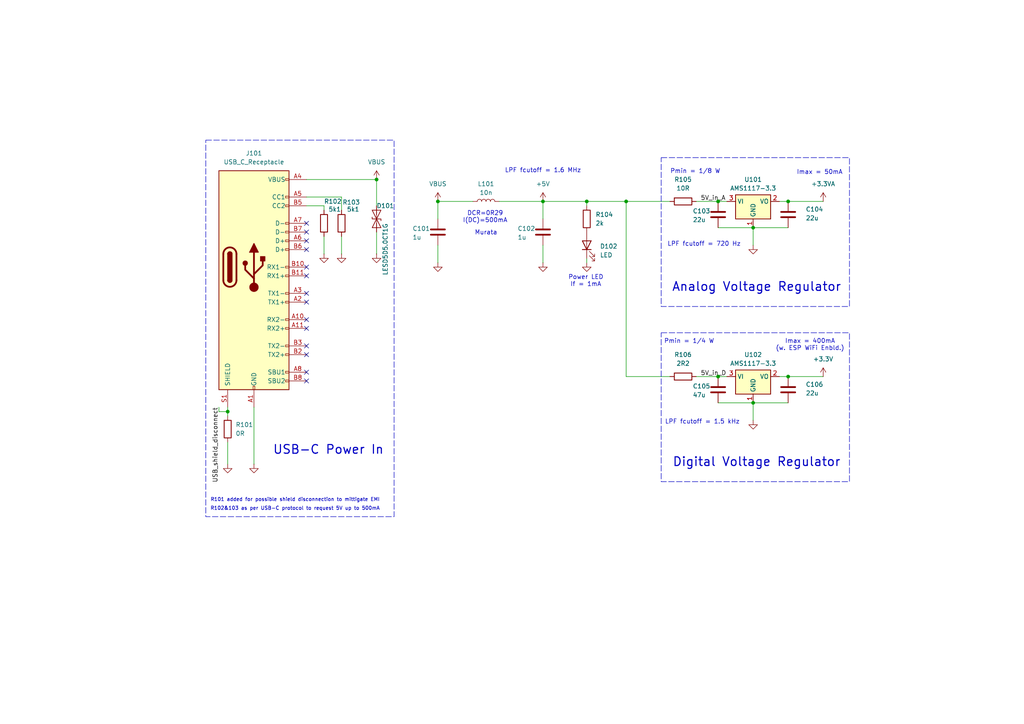
<source format=kicad_sch>
(kicad_sch (version 20231120) (generator "eeschema") (generator_version "8.0")
  (paper "A4")
  (lib_symbols
    (symbol "Connector:USB_C_Receptacle" (pin_names (offset 1.016))
      (property "Reference" "J" (at -10.16 29.21 0))
      (property "Value" "USB_C_Receptacle" (at 10.16 29.21 0))
      (symbol "USB_C_Receptacle_0_0"
        (rectangle (start -0.254 -35.56) (end 0.254 -34.544))
        (rectangle (start 10.16 -32.766) (end 9.144 -33.274))
        (rectangle (start 10.16 -30.226) (end 9.144 -30.734))
        (rectangle (start 10.16 -25.146) (end 9.144 -25.654))
        (rectangle (start 10.16 -22.606) (end 9.144 -23.114))
        (rectangle (start 10.16 -17.526) (end 9.144 -18.034))
        (rectangle (start 10.16 -14.986) (end 9.144 -15.494))
        (rectangle (start 10.16 -9.906) (end 9.144 -10.414))
        (rectangle (start 10.16 -7.366) (end 9.144 -7.874))
        (rectangle (start 10.16 -2.286) (end 9.144 -2.794))
        (rectangle (start 10.16 0.254) (end 9.144 -0.254))
        (rectangle (start 10.16 5.334) (end 9.144 4.826))
        (rectangle (start 10.16 7.874) (end 9.144 7.366))
        (rectangle (start 10.16 10.414) (end 9.144 9.906))
        (rectangle (start 10.16 12.954) (end 9.144 12.446))
        (rectangle (start 10.16 18.034) (end 9.144 17.526))
        (rectangle (start 10.16 20.574) (end 9.144 20.066))
        (rectangle (start 10.16 25.654) (end 9.144 25.146))
      )
      (symbol "USB_C_Receptacle_0_1"
        (rectangle (start -10.16 27.94) (end 10.16 -35.56) (stroke (width 0.254)) (fill (type background)))
        (arc (start -8.89 -3.81) (mid -6.985 -5.7067) (end -5.08 -3.81) (stroke (width 0.508)))
        (arc (start -7.62 -3.81) (mid -6.985 -4.4423) (end -6.35 -3.81) (stroke (width 0.254)))
        (arc (start -7.62 -3.81) (mid -6.985 -4.4423) (end -6.35 -3.81) (stroke (width 0.254)) (fill (type outline)))
        (rectangle (start -7.62 -3.81) (end -6.35 3.81) (stroke (width 0.254)) (fill (type outline)))
        (arc (start -6.35 3.81) (mid -6.985 4.4423) (end -7.62 3.81) (stroke (width 0.254)))
        (arc (start -6.35 3.81) (mid -6.985 4.4423) (end -7.62 3.81) (stroke (width 0.254)) (fill (type outline)))
        (arc (start -5.08 3.81) (mid -6.985 5.7067) (end -8.89 3.81) (stroke (width 0.508)))
        (polyline (pts (xy -8.89 -3.81) (xy -8.89 3.81)) (stroke (width 0.508)))
        (polyline (pts (xy -5.08 3.81) (xy -5.08 -3.81)) (stroke (width 0.508)))
      )
      (symbol "USB_C_Receptacle_1_1"
        (circle (center -2.54 1.143) (radius 0.635) (stroke (width 0.254)) (fill (type outline)))
        (circle (center 0 -5.842) (radius 1.27) (fill (type outline)))
        (polyline (pts (xy 0 -5.842) (xy 0 4.318)) (stroke (width 0.508)))
        (polyline (pts (xy 0 -3.302) (xy -2.54 -0.762) (xy -2.54 0.508)) (stroke (width 0.508)))
        (polyline (pts (xy 0 -2.032) (xy 2.54 0.508) (xy 2.54 1.778)) (stroke (width 0.508)))
        (polyline (pts (xy -1.27 4.318) (xy 0 6.858) (xy 1.27 4.318) (xy -1.27 4.318)) (stroke (width 0.254)) (fill (type outline)))
        (rectangle (start 1.905 1.778) (end 3.175 3.048) (stroke (width 0.254)) (fill (type outline)))
        (pin passive line (at 0 -40.64 90) (length 5.08) (name "GND") (number "A1"))
        (pin bidirectional line (at 15.24 -15.24 180) (length 5.08) (name "RX2-") (number "A10"))
        (pin bidirectional line (at 15.24 -17.78 180) (length 5.08) (name "RX2+") (number "A11"))
        (pin passive line (at 0 -40.64 90) (length 5.08) hide (name "GND") (number "A12"))
        (pin bidirectional line (at 15.24 -10.16 180) (length 5.08) (name "TX1+") (number "A2"))
        (pin bidirectional line (at 15.24 -7.62 180) (length 5.08) (name "TX1-") (number "A3"))
        (pin passive line (at 15.24 25.4 180) (length 5.08) (name "VBUS") (number "A4"))
        (pin bidirectional line (at 15.24 20.32 180) (length 5.08) (name "CC1") (number "A5"))
        (pin bidirectional line (at 15.24 7.62 180) (length 5.08) (name "D+") (number "A6"))
        (pin bidirectional line (at 15.24 12.7 180) (length 5.08) (name "D-") (number "A7"))
        (pin bidirectional line (at 15.24 -30.48 180) (length 5.08) (name "SBU1") (number "A8"))
        (pin passive line (at 15.24 25.4 180) (length 5.08) hide (name "VBUS") (number "A9"))
        (pin passive line (at 0 -40.64 90) (length 5.08) hide (name "GND") (number "B1"))
        (pin bidirectional line (at 15.24 0 180) (length 5.08) (name "RX1-") (number "B10"))
        (pin bidirectional line (at 15.24 -2.54 180) (length 5.08) (name "RX1+") (number "B11"))
        (pin passive line (at 0 -40.64 90) (length 5.08) hide (name "GND") (number "B12"))
        (pin bidirectional line (at 15.24 -25.4 180) (length 5.08) (name "TX2+") (number "B2"))
        (pin bidirectional line (at 15.24 -22.86 180) (length 5.08) (name "TX2-") (number "B3"))
        (pin passive line (at 15.24 25.4 180) (length 5.08) hide (name "VBUS") (number "B4"))
        (pin bidirectional line (at 15.24 17.78 180) (length 5.08) (name "CC2") (number "B5"))
        (pin bidirectional line (at 15.24 5.08 180) (length 5.08) (name "D+") (number "B6"))
        (pin bidirectional line (at 15.24 10.16 180) (length 5.08) (name "D-") (number "B7"))
        (pin bidirectional line (at 15.24 -33.02 180) (length 5.08) (name "SBU2") (number "B8"))
        (pin passive line (at 15.24 25.4 180) (length 5.08) hide (name "VBUS") (number "B9"))
        (pin passive line (at -7.62 -40.64 90) (length 5.08) (name "SHIELD") (number "S1"))
      )
    )
    (symbol "Device:C" (pin_numbers hide) (pin_names (offset 0.254))
      (property "Reference" "C" (at 0.635 2.54 0))
      (property "Value" "C" (at 0.635 -2.54 0))
      (symbol "C_0_1"
        (polyline (pts (xy -2.032 -0.762) (xy 2.032 -0.762)) (stroke (width 0.508)))
        (polyline (pts (xy -2.032 0.762) (xy 2.032 0.762)) (stroke (width 0.508)))
      )
      (symbol "C_1_1"
        (pin passive line (at 0 3.81 270) (length 2.794) (name "~") (number "1"))
        (pin passive line (at 0 -3.81 90) (length 2.794) (name "~") (number "2"))
      )
    )
    (symbol "Device:L" (pin_numbers hide) (pin_names (offset 1.016) hide)
      (property "Reference" "L" (at -1.27 0 90))
      (property "Value" "L" (at 1.905 0 90))
      (symbol "L_0_1"
        (arc (start 0 -2.54) (mid 0.6323 -1.905) (end 0 -1.27))
        (arc (start 0 -1.27) (mid 0.6323 -0.635) (end 0 0))
        (arc (start 0 0) (mid 0.6323 0.635) (end 0 1.27))
        (arc (start 0 1.27) (mid 0.6323 1.905) (end 0 2.54))
      )
      (symbol "L_1_1"
        (pin passive line (at 0 3.81 270) (length 1.27) (name "1") (number "1"))
        (pin passive line (at 0 -3.81 90) (length 1.27) (name "2") (number "2"))
      )
    )
    (symbol "Device:LED" (pin_numbers hide) (pin_names (offset 1.016) hide)
      (property "Reference" "D" (at 0 2.54 0))
      (property "Value" "LED" (at 0 -2.54 0))
      (symbol "LED_0_1"
        (polyline (pts (xy -1.27 -1.27) (xy -1.27 1.27)) (stroke (width 0.254)))
        (polyline (pts (xy -1.27 0) (xy 1.27 0)))
        (polyline (pts (xy 1.27 -1.27) (xy 1.27 1.27) (xy -1.27 0) (xy 1.27 -1.27)) (stroke (width 0.254)))
        (polyline (pts (xy -3.048 -0.762) (xy -4.572 -2.286) (xy -3.81 -2.286) (xy -4.572 -2.286) (xy -4.572 -1.524)))
        (polyline (pts (xy -1.778 -0.762) (xy -3.302 -2.286) (xy -2.54 -2.286) (xy -3.302 -2.286) (xy -3.302 -1.524)))
      )
      (symbol "LED_1_1"
        (pin passive line (at -3.81 0 0) (length 2.54) (name "K") (number "1"))
        (pin passive line (at 3.81 0 180) (length 2.54) (name "A") (number "2"))
      )
    )
    (symbol "Device:R" (pin_numbers hide) (pin_names (offset 0))
      (property "Reference" "R" (at 2.032 0 90))
      (property "Value" "R" (at 0 0 90))
      (symbol "R_0_1"
        (rectangle (start -1.016 -2.54) (end 1.016 2.54) (stroke (width 0.254)))
      )
      (symbol "R_1_1"
        (pin passive line (at 0 3.81 270) (length 1.27) (name "~") (number "1"))
        (pin passive line (at 0 -3.81 90) (length 1.27) (name "~") (number "2"))
      )
    )
    (symbol "Diode:ESD9B5.0ST5G" (pin_numbers hide) (pin_names (offset 1.016) hide)
      (property "Reference" "D" (at 0 2.54 0))
      (property "Value" "ESD9B5.0ST5G" (at 0 -2.54 0))
      (symbol "ESD9B5.0ST5G_0_1"
        (polyline (pts (xy 1.27 0) (xy -1.27 0)))
        (polyline (pts (xy -2.54 -1.27) (xy 0 0) (xy -2.54 1.27) (xy -2.54 -1.27)) (stroke (width 0.2032)))
        (polyline (pts (xy 0.508 1.27) (xy 0 1.27) (xy 0 -1.27) (xy -0.508 -1.27)) (stroke (width 0.2032)))
        (polyline (pts (xy 2.54 1.27) (xy 2.54 -1.27) (xy 0 0) (xy 2.54 1.27)) (stroke (width 0.2032)))
      )
      (symbol "ESD9B5.0ST5G_1_1"
        (pin passive line (at -3.81 0 0) (length 2.54) (name "A1") (number "1"))
        (pin passive line (at 3.81 0 180) (length 2.54) (name "A2") (number "2"))
      )
    )
    (symbol "Regulator_Linear:AMS1117-3.3"
      (property "Reference" "U" (at -3.81 3.175 0))
      (property "Value" "AMS1117-3.3" (at 0 3.175 0))
      (symbol "AMS1117-3.3_0_1"
        (rectangle (start -5.08 -5.08) (end 5.08 1.905) (stroke (width 0.254)) (fill (type background)))
      )
      (symbol "AMS1117-3.3_1_1"
        (pin power_in line (at 0 -7.62 90) (length 2.54) (name "GND") (number "1"))
        (pin power_out line (at 7.62 0 180) (length 2.54) (name "VO") (number "2"))
        (pin power_in line (at -7.62 0 0) (length 2.54) (name "VI") (number "3"))
      )
    )
    (symbol "power:+3.3V" (power) (pin_numbers hide) (pin_names (offset 0) hide)
      (property "Value" "+3.3V" (at 0 3.556 0))
      (symbol "+3.3V_0_1"
        (polyline (pts (xy -0.762 1.27) (xy 0 2.54)))
        (polyline (pts (xy 0 0) (xy 0 2.54)))
        (polyline (pts (xy 0 2.54) (xy 0.762 1.27)))
      )
      (symbol "+3.3V_1_1"
        (pin power_in line (at 0 0 90) (length 0) (name "~") (number "1"))
      )
    )
    (symbol "power:+3.3VA" (power) (pin_numbers hide) (pin_names (offset 0) hide)
      (property "Value" "+3.3VA" (at 0 3.556 0))
      (symbol "+3.3VA_0_1"
        (polyline (pts (xy -0.762 1.27) (xy 0 2.54)))
        (polyline (pts (xy 0 0) (xy 0 2.54)))
        (polyline (pts (xy 0 2.54) (xy 0.762 1.27)))
      )
      (symbol "+3.3VA_1_1"
        (pin power_in line (at 0 0 90) (length 0) (name "~") (number "1"))
      )
    )
    (symbol "power:+5V" (power) (pin_numbers hide) (pin_names (offset 0) hide)
      (property "Value" "+5V" (at 0 3.556 0))
      (symbol "+5V_0_1"
        (polyline (pts (xy -0.762 1.27) (xy 0 2.54)))
        (polyline (pts (xy 0 0) (xy 0 2.54)))
        (polyline (pts (xy 0 2.54) (xy 0.762 1.27)))
      )
      (symbol "+5V_1_1"
        (pin power_in line (at 0 0 90) (length 0) (name "~") (number "1"))
      )
    )
    (symbol "power:GND" (power) (pin_numbers hide) (pin_names (offset 0) hide)
      (property "Value" "GND" (at 0 -3.81 0))
      (symbol "GND_0_1"
        (polyline (pts (xy 0 0) (xy 0 -1.27) (xy 1.27 -1.27) (xy 0 -2.54) (xy -1.27 -1.27) (xy 0 -1.27)))
      )
      (symbol "GND_1_1"
        (pin power_in line (at 0 0 270) (length 0) (name "~") (number "1"))
      )
    )
    (symbol "power:VBUS" (power) (pin_numbers hide) (pin_names (offset 0) hide)
      (property "Value" "VBUS" (at 0 3.556 0))
      (symbol "VBUS_0_1"
        (polyline (pts (xy -0.762 1.27) (xy 0 2.54)))
        (polyline (pts (xy 0 0) (xy 0 2.54)))
        (polyline (pts (xy 0 2.54) (xy 0.762 1.27)))
      )
      (symbol "VBUS_1_1"
        (pin power_in line (at 0 0 90) (length 0) (name "~") (number "1"))
      )
    )
  )
  (junction (at 228.6 109.22))
  (junction (at 218.44 66.04))
  (junction (at 228.6 58.42))
  (junction (at 127 58.42))
  (junction (at 208.28 58.42))
  (junction (at 208.28 109.22))
  (junction (at 170.18 58.42))
  (junction (at 66.04 119.38))
  (junction (at 218.44 116.84))
  (junction (at 181.61 58.42))
  (junction (at 157.48 58.42))
  (junction (at 109.22 52.07))
  (no_connect (at 88.9 72.39))
  (no_connect (at 88.9 107.95))
  (no_connect (at 88.9 77.47))
  (no_connect (at 88.9 100.33))
  (no_connect (at 88.9 85.09))
  (no_connect (at 88.9 95.25))
  (no_connect (at 88.9 69.85))
  (no_connect (at 88.9 110.49))
  (no_connect (at 88.9 80.01))
  (no_connect (at 88.9 87.63))
  (no_connect (at 88.9 67.31))
  (no_connect (at 88.9 102.87))
  (no_connect (at 88.9 92.71))
  (no_connect (at 88.9 64.77))
  (wire (pts (xy 208.28 58.42) (xy 210.82 58.42)))
  (wire (pts (xy 88.9 52.07) (xy 109.22 52.07)))
  (wire (pts (xy 93.98 59.69) (xy 93.98 60.96)))
  (wire (pts (xy 157.48 58.42) (xy 170.18 58.42)))
  (wire (pts (xy 218.44 66.04) (xy 228.6 66.04)))
  (wire (pts (xy 208.28 109.22) (xy 210.82 109.22)))
  (wire (pts (xy 88.9 57.15) (xy 99.06 57.15)))
  (wire (pts (xy 109.22 67.31) (xy 109.22 73.66)))
  (wire (pts (xy 218.44 116.84) (xy 218.44 121.92)))
  (wire (pts (xy 144.78 58.42) (xy 157.48 58.42)))
  (wire (pts (xy 170.18 74.93) (xy 170.18 76.2)))
  (wire (pts (xy 226.06 109.22) (xy 228.6 109.22)))
  (wire (pts (xy 228.6 109.22) (xy 238.76 109.22)))
  (wire (pts (xy 127 71.12) (xy 127 76.2)))
  (wire (pts (xy 228.6 58.42) (xy 238.76 58.42)))
  (wire (pts (xy 66.04 128.27) (xy 66.04 134.62)))
  (wire (pts (xy 99.06 57.15) (xy 99.06 60.96)))
  (wire (pts (xy 127 58.42) (xy 137.16 58.42)))
  (wire (pts (xy 88.9 59.69) (xy 93.98 59.69)))
  (wire (pts (xy 226.06 58.42) (xy 228.6 58.42)))
  (wire (pts (xy 157.48 71.12) (xy 157.48 76.2)))
  (wire (pts (xy 157.48 58.42) (xy 157.48 63.5)))
  (wire (pts (xy 218.44 116.84) (xy 228.6 116.84)))
  (wire (pts (xy 63.5 119.38) (xy 66.04 119.38)))
  (wire (pts (xy 73.66 118.11) (xy 73.66 134.62)))
  (wire (pts (xy 170.18 59.69) (xy 170.18 58.42)))
  (wire (pts (xy 208.28 116.84) (xy 218.44 116.84)))
  (wire (pts (xy 66.04 118.11) (xy 66.04 119.38)))
  (wire (pts (xy 201.93 58.42) (xy 208.28 58.42)))
  (wire (pts (xy 63.5 118.11) (xy 63.5 119.38)))
  (wire (pts (xy 66.04 119.38) (xy 66.04 120.65)))
  (wire (pts (xy 93.98 68.58) (xy 93.98 73.66)))
  (wire (pts (xy 109.22 52.07) (xy 109.22 59.69)))
  (wire (pts (xy 181.61 58.42) (xy 194.31 58.42)))
  (wire (pts (xy 194.31 109.22) (xy 181.61 109.22)))
  (wire (pts (xy 127 58.42) (xy 127 63.5)))
  (wire (pts (xy 99.06 68.58) (xy 99.06 73.66)))
  (wire (pts (xy 181.61 109.22) (xy 181.61 58.42)))
  (wire (pts (xy 208.28 66.04) (xy 218.44 66.04)))
  (wire (pts (xy 170.18 58.42) (xy 181.61 58.42)))
  (wire (pts (xy 208.28 109.22) (xy 201.93 109.22)))
  (wire (pts (xy 218.44 66.04) (xy 218.44 71.12)))
  (rectangle (start 191.77 45.72) (end 246.38 88.9) (stroke (width 0) (type dash)))
  (rectangle (start 191.77 96.52) (end 246.38 139.7) (stroke (width 0) (type dash)))
  (rectangle (start 59.69 40.64) (end 114.3 149.86) (stroke (width 0) (type dash)))
  (text "LPF fcutoff = 720 Hz" (at 204.216 70.866 0) (effects (font (size 1.27 1.27))))
  (text "Digital Voltage Regulator" (at 219.456 134.112 0) (effects (font (size 2.54 2.54) (thickness 0.3175))))
  (text "R101 added for possible shield disconnection to mittigate EMI" (at 85.598 145.034 0) (effects (font (size 1.016 1.016))))
  (text "R102&103 as per USB-C protocol to request 5V up to 500mA" (at 85.598 147.574 0) (effects (font (size 1.016 1.016))))
  (text "Pmin = 1/4 W\n" (at 199.898 99.06 0) (effects (font (size 1.27 1.27))))
  (text "LPF fcutoff = 1.5 kHz" (at 203.708 122.428 0) (effects (font (size 1.27 1.27))))
  (text "Pmin = 1/8 W\n\n" (at 201.676 50.8 0) (effects (font (size 1.27 1.27))))
  (text "Imax = 400mA\n(w. ESP WiFi Enbld.)\n" (at 234.95 100.076 0) (effects (font (size 1.27 1.27))))
  (text "DCR=0R29\nI(DC)=500mA\n" (at 140.716 62.992 0) (effects (font (size 1.27 1.27))))
  (text "Analog Voltage Regulator\n" (at 219.456 83.312 0) (effects (font (size 2.54 2.54) (thickness 0.3175))))
  (text "Murata" (at 140.97 67.564 0) (effects (font (size 1.27 1.27))))
  (text "Imax = 50mA\n" (at 237.744 50.038 0) (effects (font (size 1.27 1.27))))
  (text "Power LED\nIf = 1mA\n" (at 169.926 81.534 0) (effects (font (size 1.27 1.27))))
  (text "LPF fcutoff = 1.6 MHz" (at 157.48 49.53 0) (effects (font (size 1.27 1.27))))
  (text "USB-C Power In\n" (at 95.25 130.556 0) (effects (font (size 2.54 2.54) (thickness 0.3175))))
  (label "USB_shield_disconnect" (at 63.5 118.11 270))
  (label "5V_in_A" (at 203.2 58.42 0))
  (label "5V_in_D" (at 203.2 109.22 0))
  (symbol (lib_id "power:VBUS") (at 109.22 52.07 0) (unit 1)
    (property "Reference" "#PWR036" (effects (hide yes)))
    (property "Value" "VBUS" (at 109.22 46.99 0))
    (property "Description" "Power symbol creates a global label with name \"VBUS\"" (effects (hide yes)))
  )
  (symbol (lib_id "Device:R") (at 99.06 64.77 0) (unit 1)
    (property "Reference" "R103" (at 99.314 58.674 0) (effects (justify left)))
    (property "Value" "5k1" (at 100.584 60.706 0) (effects (justify left)))
    (property "Footprint" "Resistor_SMD:R_0402_1005Metric" (effects (hide yes)))
    (property "Description" "Resistor" (effects (hide yes)))
  )
  (symbol (lib_id "Regulator_Linear:AMS1117-3.3") (at 218.44 58.42 0) (unit 1)
    (property "Reference" "U101" (at 218.44 52.07 0))
    (property "Value" "AMS1117-3.3" (at 218.44 54.61 0))
    (property "Footprint" "Package_TO_SOT_SMD:SOT-223-3_TabPin2" (effects (hide yes)))
    (property "Datasheet" "http://www.advanced-monolithic.com/pdf/ds1117.pdf" (effects (hide yes)))
    (property "Description" "1A Low Dropout regulator, positive, 3.3V fixed output, SOT-223" (effects (hide yes)))
  )
  (symbol (lib_id "power:+3.3V") (at 238.76 109.22 0) (unit 1)
    (property "Reference" "#PWR049" (effects (hide yes)))
    (property "Value" "+3.3V" (at 238.76 104.14 0))
    (property "Description" "Power symbol creates a global label with name \"+3.3V\"" (effects (hide yes)))
  )
  (symbol (lib_id "Device:R") (at 66.04 124.46 0) (unit 1)
    (property "Reference" "R101" (at 68.326 123.19 0) (effects (justify left)))
    (property "Value" "0R" (at 68.326 125.73 0) (effects (justify left)))
    (property "Footprint" "Resistor_SMD:R_0805_2012Metric" (effects (hide yes)))
    (property "Description" "Resistor" (effects (hide yes)))
  )
  (symbol (lib_id "Device:L") (at 140.97 58.42 90) (unit 1)
    (property "Reference" "L101" (at 140.97 53.34 90))
    (property "Value" "10n" (at 140.97 55.88 90))
    (property "Footprint" "Inductor_SMD:L_0402_1005Metric" (effects (hide yes)))
    (property "Description" "Inductor" (effects (hide yes)))
  )
  (symbol (lib_id "Connector:USB_C_Receptacle") (at 73.66 77.47 0) (unit 1)
    (property "Reference" "J101" (at 73.66 44.45 0))
    (property "Value" "USB_C_Receptacle" (at 73.66 46.99 0))
    (property "Footprint" "Connector_USB:USB_C_Receptacle_Molex_105450-0101" (effects (hide yes)))
    (property "Datasheet" "https://www.usb.org/sites/default/files/documents/usb_type-c.zip" (effects (hide yes)))
    (property "Description" "USB Full-Featured Type-C Receptacle connector" (effects (hide yes)))
  )
  (symbol (lib_id "power:GND") (at 218.44 121.92 0) (unit 1)
    (property "Reference" "#PWR048" (effects (hide yes)))
    (property "Value" "GND" (effects (hide yes)))
    (property "Description" "Power symbol creates a global label with name \"GND\" , ground" (effects (hide yes)))
  )
  (symbol (lib_id "Device:C") (at 157.48 67.31 0) (unit 1)
    (property "Reference" "C102" (at 150.114 66.294 0) (effects (justify left)))
    (property "Value" "1u" (at 150.114 68.834 0) (effects (justify left)))
    (property "Footprint" "Capacitor_SMD:C_0402_1005Metric" (effects (hide yes)))
    (property "Description" "Unpolarized capacitor" (effects (hide yes)))
  )
  (symbol (lib_id "power:GND") (at 66.04 134.62 0) (unit 1)
    (property "Reference" "#PWR012" (effects (hide yes)))
    (property "Value" "GND" (effects (hide yes)))
    (property "Description" "Power symbol creates a global label with name \"GND\" , ground" (effects (hide yes)))
  )
  (symbol (lib_id "Device:C") (at 208.28 113.03 0) (unit 1)
    (property "Reference" "C105" (at 200.914 112.014 0) (effects (justify left)))
    (property "Value" "47u" (at 200.914 114.554 0) (effects (justify left)))
    (property "Footprint" "Capacitor_SMD:C_0603_1608Metric" (effects (hide yes)))
    (property "Description" "Unpolarized capacitor" (effects (hide yes)))
  )
  (symbol (lib_id "power:GND") (at 99.06 73.66 0) (unit 1)
    (property "Reference" "#PWR038" (effects (hide yes)))
    (property "Value" "GND" (effects (hide yes)))
    (property "Description" "Power symbol creates a global label with name \"GND\" , ground" (effects (hide yes)))
  )
  (symbol (lib_id "Device:C") (at 208.28 62.23 0) (unit 1)
    (property "Reference" "C103" (at 200.914 61.214 0) (effects (justify left)))
    (property "Value" "22u" (at 200.914 63.754 0) (effects (justify left)))
    (property "Footprint" "Capacitor_SMD:C_0603_1608Metric" (effects (hide yes)))
    (property "Description" "Unpolarized capacitor" (effects (hide yes)))
  )
  (symbol (lib_id "Device:LED") (at 170.18 71.12 90) (unit 1)
    (property "Reference" "D102" (at 173.99 71.4374 90) (effects (justify right)))
    (property "Value" "LED" (at 173.99 73.9774 90) (effects (justify right)))
    (property "Footprint" "LED_SMD:LED_0402_1005Metric" (effects (hide yes)))
    (property "Description" "Light emitting diode" (effects (hide yes)))
  )
  (symbol (lib_id "power:GND") (at 127 76.2 0) (unit 1)
    (property "Reference" "#PWR040" (effects (hide yes)))
    (property "Value" "GND" (effects (hide yes)))
    (property "Description" "Power symbol creates a global label with name \"GND\" , ground" (effects (hide yes)))
  )
  (symbol (lib_id "Device:R") (at 170.18 63.5 0) (unit 1)
    (property "Reference" "R104" (at 172.72 62.2299 0) (effects (justify left)))
    (property "Value" "2k" (at 172.72 64.7699 0) (effects (justify left)))
    (property "Footprint" "Resistor_SMD:R_0402_1005Metric" (effects (hide yes)))
    (property "Description" "Resistor" (effects (hide yes)))
  )
  (symbol (lib_id "power:+3.3VA") (at 238.76 58.42 0) (unit 1)
    (property "Reference" "#PWR039" (effects (hide yes)))
    (property "Value" "+3.3VA" (at 238.76 53.34 0))
    (property "Description" "Power symbol creates a global label with name \"+3.3VA\"" (effects (hide yes)))
  )
  (symbol (lib_id "power:GND") (at 170.18 76.2 0) (unit 1)
    (property "Reference" "#PWR047" (effects (hide yes)))
    (property "Value" "GND" (effects (hide yes)))
    (property "Description" "Power symbol creates a global label with name \"GND\" , ground" (effects (hide yes)))
  )
  (symbol (lib_id "Device:R") (at 198.12 58.42 90) (unit 1)
    (property "Reference" "R105" (at 198.12 52.07 90))
    (property "Value" "10R" (at 198.12 54.61 90))
    (property "Footprint" "Resistor_SMD:R_0805_2012Metric" (effects (hide yes)))
    (property "Description" "Resistor" (effects (hide yes)))
  )
  (symbol (lib_id "Device:C") (at 127 67.31 0) (unit 1)
    (property "Reference" "C101" (at 119.634 66.294 0) (effects (justify left)))
    (property "Value" "1u" (at 119.634 68.834 0) (effects (justify left)))
    (property "Footprint" "Capacitor_SMD:C_0402_1005Metric" (effects (hide yes)))
    (property "Description" "Unpolarized capacitor" (effects (hide yes)))
  )
  (symbol (lib_id "Regulator_Linear:AMS1117-3.3") (at 218.44 109.22 0) (unit 1)
    (property "Reference" "U102" (at 218.44 102.87 0))
    (property "Value" "AMS1117-3.3" (at 218.44 105.41 0))
    (property "Footprint" "Package_TO_SOT_SMD:SOT-223-3_TabPin2" (effects (hide yes)))
    (property "Datasheet" "http://www.advanced-monolithic.com/pdf/ds1117.pdf" (effects (hide yes)))
    (property "Description" "1A Low Dropout regulator, positive, 3.3V fixed output, SOT-223" (effects (hide yes)))
  )
  (symbol (lib_id "power:+5V") (at 157.48 58.42 0) (unit 1)
    (property "Reference" "#PWR031" (effects (hide yes)))
    (property "Value" "+5V" (at 157.48 53.34 0))
    (property "Description" "Power symbol creates a global label with name \"+5V\"" (effects (hide yes)))
  )
  (symbol (lib_id "power:GND") (at 73.66 134.62 0) (unit 1)
    (property "Reference" "#PWR033" (effects (hide yes)))
    (property "Value" "GND" (effects (hide yes)))
    (property "Description" "Power symbol creates a global label with name \"GND\" , ground" (effects (hide yes)))
  )
  (symbol (lib_id "Diode:ESD9B5.0ST5G") (at 109.22 63.5 90) (unit 1)
    (property "Reference" "D101" (at 109.22 59.69 90) (effects (justify right)))
    (property "Value" "LESD5D5.0CT1G" (at 111.76 64.7699 0) (effects (justify right)))
    (property "Footprint" "Diode_SMD:D_SOD-523" (effects (hide yes)))
    (property "Datasheet" "https://www.onsemi.com/pub/Collateral/ESD9B-D.PDF" (effects (hide yes)))
    (property "Description" "ESD protection diode, 5.0Vrwm, SOD-923" (effects (hide yes)))
  )
  (symbol (lib_id "power:GND") (at 109.22 73.66 0) (unit 1)
    (property "Reference" "#PWR074" (effects (hide yes)))
    (property "Value" "GND" (effects (hide yes)))
    (property "Description" "Power symbol creates a global label with name \"GND\" , ground" (effects (hide yes)))
  )
  (symbol (lib_id "Device:R") (at 93.98 64.77 0) (unit 1)
    (property "Reference" "R102" (at 93.98 58.42 0) (effects (justify left)))
    (property "Value" "5k1" (at 95.25 60.706 0) (effects (justify left)))
    (property "Footprint" "Resistor_SMD:R_0402_1005Metric" (effects (hide yes)))
    (property "Description" "Resistor" (effects (hide yes)))
  )
  (symbol (lib_id "Device:R") (at 198.12 109.22 90) (unit 1)
    (property "Reference" "R106" (at 198.12 102.87 90))
    (property "Value" "2R2" (at 198.12 105.41 90))
    (property "Footprint" "Resistor_SMD:R_1206_3216Metric" (effects (hide yes)))
    (property "Description" "Resistor" (effects (hide yes)))
  )
  (symbol (lib_id "Device:C") (at 228.6 62.23 0) (unit 1)
    (property "Reference" "C104" (at 233.68 60.706 0) (effects (justify left)))
    (property "Value" "22u" (at 233.68 63.246 0) (effects (justify left)))
    (property "Footprint" "Capacitor_SMD:C_0603_1608Metric" (effects (hide yes)))
    (property "Description" "Unpolarized capacitor" (effects (hide yes)))
  )
  (symbol (lib_id "power:GND") (at 218.44 71.12 0) (unit 1)
    (property "Reference" "#PWR035" (effects (hide yes)))
    (property "Value" "GND" (effects (hide yes)))
    (property "Description" "Power symbol creates a global label with name \"GND\" , ground" (effects (hide yes)))
  )
  (symbol (lib_id "power:GND") (at 93.98 73.66 0) (unit 1)
    (property "Reference" "#PWR037" (effects (hide yes)))
    (property "Value" "GND" (effects (hide yes)))
    (property "Description" "Power symbol creates a global label with name \"GND\" , ground" (effects (hide yes)))
  )
  (symbol (lib_id "Device:C") (at 228.6 113.03 0) (unit 1)
    (property "Reference" "C106" (at 233.68 111.506 0) (effects (justify left)))
    (property "Value" "22u" (at 233.68 114.046 0) (effects (justify left)))
    (property "Footprint" "Capacitor_SMD:C_0603_1608Metric" (effects (hide yes)))
    (property "Description" "Unpolarized capacitor" (effects (hide yes)))
  )
  (symbol (lib_id "power:GND") (at 157.48 76.2 0) (unit 1)
    (property "Reference" "#PWR041" (effects (hide yes)))
    (property "Value" "GND" (effects (hide yes)))
    (property "Description" "Power symbol creates a global label with name \"GND\" , ground" (effects (hide yes)))
  )
  (symbol (lib_id "power:VBUS") (at 127 58.42 0) (unit 1)
    (property "Reference" "#PWR042" (effects (hide yes)))
    (property "Value" "VBUS" (at 127 53.34 0))
    (property "Description" "Power symbol creates a global label with name \"VBUS\"" (effects (hide yes)))
  )
)
</source>
